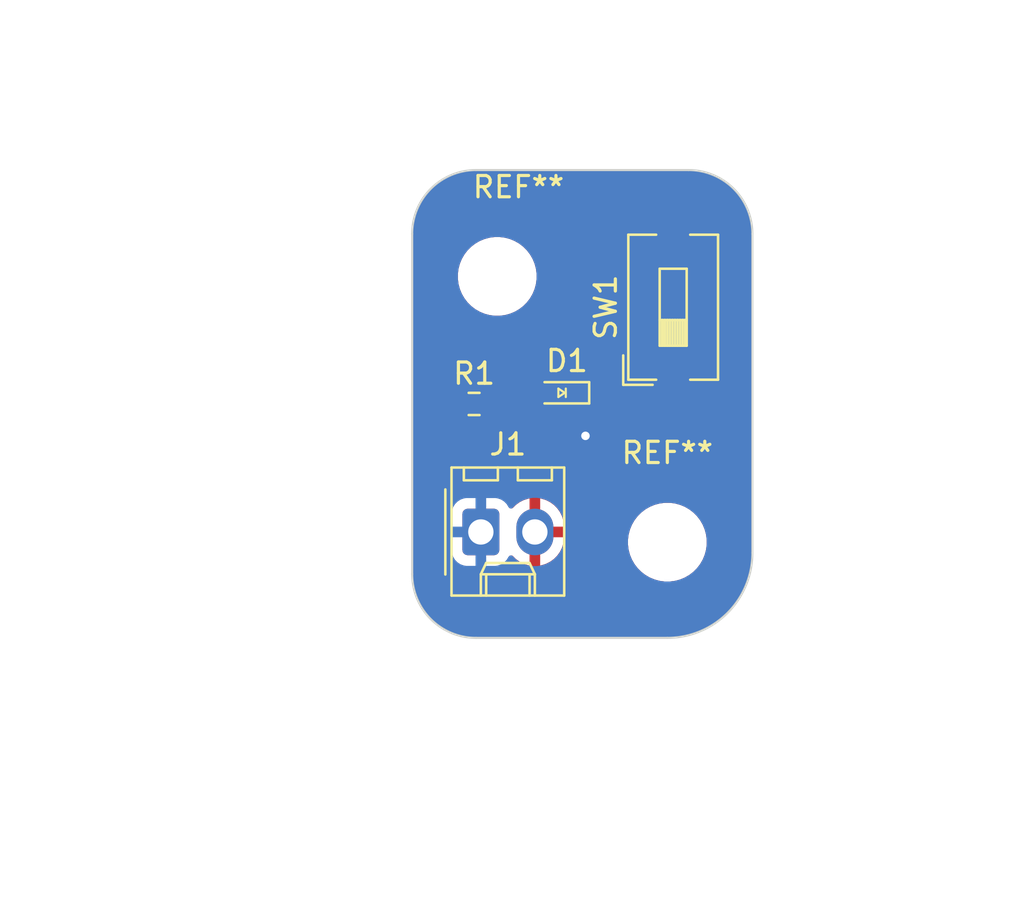
<source format=kicad_pcb>
(kicad_pcb (version 20240108) (generator "pcbnew") (generator_version "8.0")
  (title_block (title "LED Project") (date "2025-09-19") (rev "1.0") (company "Illini Solar Car") (comment 1 "Designed By: Justin Ho"))
  (layers (0 "F.Cu" signal) (31 "B.Cu" signal) (34 "B.Paste" user) (35 "F.Paste" user) (36 "B.SilkS" user "B.Silkscreen") (37 "F.SilkS" user "F.Silkscreen") (38 "B.Mask" user) (39 "F.Mask" user) (44 "Edge.Cuts" user))
  (net 0 "")
  (net 1 "Net-(D1-A)")
  (net 2 "GND")
  (net 3 "Net-(R1-Pad1)")
  (net 4 "+3V3")
  (footprint "Button_Switch_SMD:SW_DIP_SPSTx01_Slide_6.7x4.1mm_W8.61mm_P2.54mm_LowProfile" (layer "F.Cu") (at 92.275 84.45 90)
    (property "Reference" "SW1" (at 0 -3.175 90) (layer "F.SilkS"))
    (property "Value" "SW_Push")
    (fp_line (start -3.65 -2.35) (end -2.267 -2.35) (stroke (width 0.12)) (layer "F.SilkS"))
    (fp_line (start -3.65 -2.35) (end -3.65 -0.967) (stroke (width 0.12)) (layer "F.SilkS"))
    (fp_line (start 3.41 -2.11) (end 3.41 -0.8) (stroke (width 0.12)) (layer "F.SilkS"))
    (fp_line (start -3.41 -2.11) (end 3.41 -2.11) (stroke (width 0.12)) (layer "F.SilkS"))
    (fp_line (start -3.41 -2.11) (end -3.41 -0.8) (stroke (width 0.12)) (layer "F.SilkS"))
    (fp_line (start 1.81 -0.635) (end -1.81 -0.635) (stroke (width 0.12)) (layer "F.SilkS"))
    (fp_line (start -0.603333 -0.635) (end -0.603333 0.635) (stroke (width 0.12)) (layer "F.SilkS"))
    (fp_line (start -1.81 -0.635) (end -1.81 0.635) (stroke (width 0.12)) (layer "F.SilkS"))
    (fp_line (start -1.81 -0.515) (end -0.603333 -0.515) (stroke (width 0.12)) (layer "F.SilkS"))
    (fp_line (start -1.81 -0.395) (end -0.603333 -0.395) (stroke (width 0.12)) (layer "F.SilkS"))
    (fp_line (start -1.81 -0.275) (end -0.603333 -0.275) (stroke (width 0.12)) (layer "F.SilkS"))
    (fp_line (start -1.81 -0.155) (end -0.603333 -0.155) (stroke (width 0.12)) (layer "F.SilkS"))
    (fp_line (start -1.81 -0.035) (end -0.603333 -0.035) (stroke (width 0.12)) (layer "F.SilkS"))
    (fp_line (start -1.81 0.085) (end -0.603333 0.085) (stroke (width 0.12)) (layer "F.SilkS"))
    (fp_line (start -1.81 0.205) (end -0.603333 0.205) (stroke (width 0.12)) (layer "F.SilkS"))
    (fp_line (start -1.81 0.325) (end -0.603333 0.325) (stroke (width 0.12)) (layer "F.SilkS"))
    (fp_line (start -1.81 0.445) (end -0.603333 0.445) (stroke (width 0.12)) (layer "F.SilkS"))
    (fp_line (start -1.81 0.565) (end -0.603333 0.565) (stroke (width 0.12)) (layer "F.SilkS"))
    (fp_line (start 1.81 0.635) (end 1.81 -0.635) (stroke (width 0.12)) (layer "F.SilkS"))
    (fp_line (start -1.81 0.635) (end 1.81 0.635) (stroke (width 0.12)) (layer "F.SilkS"))
    (fp_line (start 3.41 0.8) (end 3.41 2.11) (stroke (width 0.12)) (layer "F.SilkS"))
    (fp_line (start -3.41 0.8) (end -3.41 2.11) (stroke (width 0.12)) (layer "F.SilkS"))
    (fp_line (start -3.41 2.11) (end 3.41 2.11) (stroke (width 0.12)) (layer "F.SilkS"))
    (pad "1" smd rect (at -4.305 0 90) (size 2.44 1.12) (layers "F.Cu" "F.Paste" "F.Mask") (net 4 "+3V3"))
    (pad "2" smd rect (at 4.305 0 90) (size 2.44 1.12) (layers "F.Cu" "F.Paste" "F.Mask") (net 3 "Net-(R1-Pad1)"))
  )
  (footprint "Resistor_SMD:R_0603_1608Metric_Pad0.98x0.95mm_HandSolder" (layer "F.Cu") (at 82.9125 89)
    (property "Reference" "R1" (at 0 -1.43 0) (layer "F.SilkS"))
    (property "Value" "105")
    (fp_line (start -0.254724 -0.5225) (end 0.254724 -0.5225) (stroke (width 0.12)) (layer "F.SilkS"))
    (fp_line (start -0.254724 0.5225) (end 0.254724 0.5225) (stroke (width 0.12)) (layer "F.SilkS"))
    (pad "1" smd roundrect (at -0.9125 0) (size 0.975 0.95) (layers "F.Cu" "F.Paste" "F.Mask") (net 3 "Net-(R1-Pad1)"))
    (pad "2" smd roundrect (at 0.9125 0) (size 0.975 0.95) (layers "F.Cu" "F.Paste" "F.Mask") (net 1 "Net-(D1-A)"))
  )
  (footprint "layout:LED_0603_Symbol_on_F.SilkS" (layer "F.Cu") (at 87.025 88.475 180)
    (property "Reference" "D1" (at -0.25 1.5 360) (layer "F.SilkS"))
    (property "Value" "LED_RED")
    (fp_line (start 0.15 0.2) (end -0.15 0) (stroke (width 0.1)) (layer "F.SilkS"))
    (fp_line (start 0.15 -0.2) (end 0.15 0.2) (stroke (width 0.1)) (layer "F.SilkS"))
    (fp_line (start -0.15 0) (end 0.15 -0.2) (stroke (width 0.1)) (layer "F.SilkS"))
    (fp_line (start -0.2 -0.2) (end -0.2 0.2) (stroke (width 0.1)) (layer "F.SilkS"))
    (fp_line (start -1.3 0.5) (end 0.8 0.5) (stroke (width 0.12)) (layer "F.SilkS"))
    (fp_line (start -1.3 -0.5) (end 0.8 -0.5) (stroke (width 0.12)) (layer "F.SilkS"))
    (fp_line (start -1.3 -0.5) (end -1.3 0.5) (stroke (width 0.12)) (layer "F.SilkS"))
    (pad "1" smd rect (at -0.8 0) (size 0.8 0.8) (layers "F.Cu" "F.Paste" "F.Mask") (net 2 "GND"))
    (pad "2" smd rect (at 0.8 0) (size 0.8 0.8) (layers "F.Cu" "F.Paste" "F.Mask") (net 1 "Net-(D1-A)"))
  )
  (footprint "MountingHole:MountingHole_3.2mm_M3" (layer "F.Cu") (at 92 95.5)
    (property "Reference" "REF**" (at 0 -4.2 0) (layer "F.SilkS"))
    (property "Value" "MountingHole_3.2mm_M3")
    (pad "" np_thru_hole circle (at 0 0) (size 3.2 3.2) (drill 3.2) (layers "*.Cu" "*.Mask"))
  )
  (footprint "MountingHole:MountingHole_3.2mm_M3" (layer "F.Cu") (at 84 83)
    (property "Reference" "REF**" (at 1 -4.2 0) (layer "F.SilkS"))
    (property "Value" "MountingHole_3.2mm_M3")
    (pad "" np_thru_hole circle (at 0 0) (size 3.2 3.2) (drill 3.2) (layers "*.Cu" "*.Mask"))
  )
  (footprint "Connector_Molex:Molex_KK-254_AE-6410-02A_1x02_P2.54mm_Vertical" (layer "F.Cu") (at 83.23 95.02)
    (property "Reference" "J1" (at 1.27 -4.12 0) (layer "F.SilkS"))
    (property "Value" "Conn_01x02")
    (fp_line (start -1.67 -2) (end -1.67 2) (stroke (width 0.12)) (layer "F.SilkS"))
    (fp_line (start -1.38 -3.03) (end -1.38 2.99) (stroke (width 0.12)) (layer "F.SilkS"))
    (fp_line (start -1.38 2.99) (end 3.92 2.99) (stroke (width 0.12)) (layer "F.SilkS"))
    (fp_line (start -0.8 -3.03) (end -0.8 -2.43) (stroke (width 0.12)) (layer "F.SilkS"))
    (fp_line (start -0.8 -2.43) (end 0.8 -2.43) (stroke (width 0.12)) (layer "F.SilkS"))
    (fp_line (start 0 1.99) (end 0.25 1.46) (stroke (width 0.12)) (layer "F.SilkS"))
    (fp_line (start 0 1.99) (end 2.54 1.99) (stroke (width 0.12)) (layer "F.SilkS"))
    (fp_line (start 0 2.99) (end 0 1.99) (stroke (width 0.12)) (layer "F.SilkS"))
    (fp_line (start 0.25 1.46) (end 2.29 1.46) (stroke (width 0.12)) (layer "F.SilkS"))
    (fp_line (start 0.25 2.99) (end 0.25 1.99) (stroke (width 0.12)) (layer "F.SilkS"))
    (fp_line (start 0.8 -2.43) (end 0.8 -3.03) (stroke (width 0.12)) (layer "F.SilkS"))
    (fp_line (start 1.74 -3.03) (end 1.74 -2.43) (stroke (width 0.12)) (layer "F.SilkS"))
    (fp_line (start 1.74 -2.43) (end 3.34 -2.43) (stroke (width 0.12)) (layer "F.SilkS"))
    (fp_line (start 2.29 1.46) (end 2.54 1.99) (stroke (width 0.12)) (layer "F.SilkS"))
    (fp_line (start 2.29 2.99) (end 2.29 1.99) (stroke (width 0.12)) (layer "F.SilkS"))
    (fp_line (start 2.54 1.99) (end 2.54 2.99) (stroke (width 0.12)) (layer "F.SilkS"))
    (fp_line (start 3.34 -2.43) (end 3.34 -3.03) (stroke (width 0.12)) (layer "F.SilkS"))
    (fp_line (start 3.92 -3.03) (end -1.38 -3.03) (stroke (width 0.12)) (layer "F.SilkS"))
    (fp_line (start 3.92 2.99) (end 3.92 -3.03) (stroke (width 0.12)) (layer "F.SilkS"))
    (pad "1" thru_hole roundrect (at 0 0) (size 1.74 2.19) (drill 1.19) (layers "*.Cu" "*.Mask") (roundrect_rratio 0.143678) (net 2 "GND"))
    (pad "2" thru_hole oval (at 2.54 0) (size 1.74 2.19) (drill 1.19) (layers "*.Cu" "*.Mask") (net 4 "+3V3"))
  )
  (gr_arc (start 80 81) (mid 80.87868 78.87868) (end 83 78) (stroke (width 0.1)) (layer "Edge.Cuts"))
  (gr_arc (start 83 100) (mid 80.87868 99.12132) (end 80 97) (stroke (width 0.1)) (layer "Edge.Cuts"))
  (gr_line (start 96 81) (end 96 96) (stroke (width 0.1)) (layer "Edge.Cuts"))
  (gr_arc (start 93 78) (mid 95.12132 78.87868) (end 96 81) (stroke (width 0.1)) (layer "Edge.Cuts"))
  (gr_arc (start 96 96) (mid 94.828427 98.828427) (end 92 100) (stroke (width 0.1)) (layer "Edge.Cuts"))
  (gr_line (start 80 97) (end 80 81) (stroke (width 0.1)) (layer "Edge.Cuts"))
  (gr_line (start 83 78) (end 93 78) (stroke (width 0.1)) (layer "Edge.Cuts"))
  (gr_line (start 92 100) (end 83 100) (stroke (width 0.1)) (layer "Edge.Cuts"))
  (segment (start 83.825 89) (end 84.675 89) (width 0.25) (layer "F.Cu") (net 1))
  (segment (start 84.675 89) (end 85.2 88.475) (width 0.25) (layer "F.Cu") (net 1))
  (segment (start 85.2 88.475) (end 86.225 88.475) (width 0.25) (layer "F.Cu") (net 1))
  (segment (start 87.825 88.475) (end 87.825 90.175) (width 0.25) (layer "F.Cu") (net 2))
  (segment (start 87.825 90.175) (end 88.15 90.5) (width 0.25) (layer "F.Cu") (net 2))
  (via (at 88.15 90.5) (size 0.8) (drill 0.4) (layers "F.Cu" "B.Cu") (net 2))
  (segment (start 89.055 80.145) (end 88.05 81.15) (width 0.25) (layer "F.Cu") (net 3))
  (segment (start 87.075 86.975) (end 87.075 87) (width 0.25) (layer "F.Cu") (net 3))
  (segment (start 82.625 87) (end 82 87.625) (width 0.25) (layer "F.Cu") (net 3))
  (segment (start 88.05 86) (end 87.075 86.975) (width 0.25) (layer "F.Cu") (net 3))
  (segment (start 82 87.625) (end 82 89) (width 0.25) (layer "F.Cu") (net 3))
  (segment (start 88.05 81.15) (end 88.05 86) (width 0.25) (layer "F.Cu") (net 3))
  (segment (start 87.075 87) (end 82.625 87) (width 0.25) (layer "F.Cu") (net 3))
  (segment (start 92.275 80.145) (end 89.055 80.145) (width 0.25) (layer "F.Cu") (net 3))
  (zone (net 4) (net_name "+3V3") (layer "F.Cu") (connect_pads (clearance 0.508)) (min_thickness 0.25) (fill yes (thermal_gap 0.5) (thermal_bridge_width 0.5))
    (polygon (pts (xy 80 78) (xy 96 78) (xy 96 100) (xy 80 100)))
  )
  (zone (net 2) (net_name "GND") (layer "B.Cu") (priority 1) (connect_pads (clearance 0.508)) (min_thickness 0.25) (fill yes (thermal_gap 0.5) (thermal_bridge_width 0.5))
    (polygon (pts (xy 80 78) (xy 96 78) (xy 96 100) (xy 80 100)))
  )
)
</source>
